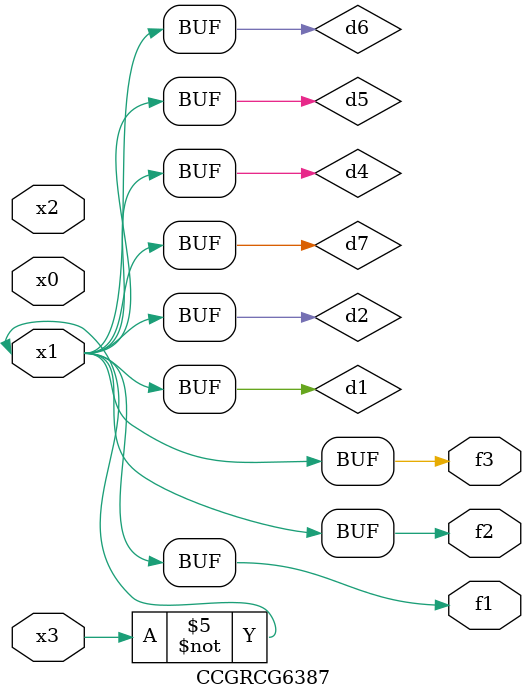
<source format=v>
module CCGRCG6387(
	input x0, x1, x2, x3,
	output f1, f2, f3
);

	wire d1, d2, d3, d4, d5, d6, d7;

	not (d1, x3);
	buf (d2, x1);
	xnor (d3, d1, d2);
	nor (d4, d1);
	buf (d5, d1, d2);
	buf (d6, d4, d5);
	nand (d7, d4);
	assign f1 = d6;
	assign f2 = d7;
	assign f3 = d6;
endmodule

</source>
